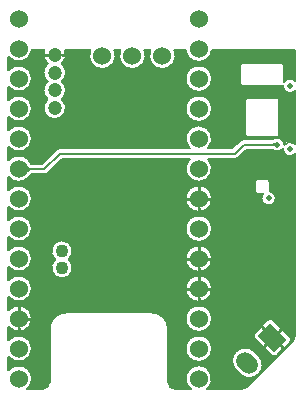
<source format=gbl>
G04 Layer: BottomLayer*
G04 EasyEDA Pro v2.2.40.8, 2025-10-17 17:15:36*
G04 Gerber Generator version 0.3*
G04 Scale: 100 percent, Rotated: No, Reflected: No*
G04 Dimensions in millimeters*
G04 Leading zeros omitted, absolute positions, 4 integers and 5 decimals*
G04 Generated by one-click*
%FSLAX45Y45*%
%MOMM*%
%AMOval*1,1,$1,$2,$3*1,1,$1,$4,$5*20,1,$1,$2,$3,$4,$5,0*%
%AMRect*21,1,$1,$2,0,0,$3*%
%ADD10C,0.2032*%
%ADD11C,0.254*%
%ADD12Oval,1.5X-0.17678X0.17678X0.17678X-0.17678*%
%ADD13Rect,1.5X2.0X45.0*%
%ADD14C,1.524*%
%ADD15C,1.2*%
%ADD16C,1.1*%
%ADD17C,0.5067*%
%ADD18C,0.5*%
%ADD19C,0.2*%
G75*


G04 Copper Start*
G36*
G01X319959Y35734D02*
G01X189260Y35734D01*
G01X205056Y49785D01*
G01X217931Y66554D01*
G01X227426Y85443D01*
G01X233202Y105779D01*
G01X235055Y126839D01*
G01X232917Y147872D01*
G01X226866Y168129D01*
G01X217116Y186887D01*
G01X204015Y203480D01*
G01X188030Y217316D01*
G01X169730Y227901D01*
G01X149767Y234860D01*
G01X128852Y237944D01*
G01X107730Y237043D01*
G01X87153Y232189D01*
G01X67855Y223556D01*
G01X50523Y211450D01*
G01X35774Y196303D01*
G01X35774Y309858D01*
G01X50567Y294673D01*
G01X67957Y282548D01*
G01X87319Y273916D01*
G01X107961Y269087D01*
G01X129143Y268233D01*
G01X150107Y271385D01*
G01X170101Y278431D01*
G01X188410Y289117D01*
G01X204377Y303061D01*
G01X217431Y319765D01*
G01X227105Y338628D01*
G01X233051Y358976D01*
G01X235057Y380081D01*
G01X233051Y401185D01*
G01X227105Y421533D01*
G01X217431Y440396D01*
G01X204377Y457100D01*
G01X188410Y471044D01*
G01X170101Y481730D01*
G01X150107Y488776D01*
G01X129143Y491928D01*
G01X107961Y491074D01*
G01X87319Y486245D01*
G01X67957Y477613D01*
G01X50567Y465488D01*
G01X35774Y450303D01*
G01X35774Y563858D01*
G01X50567Y548673D01*
G01X67957Y536548D01*
G01X87319Y527916D01*
G01X107961Y523087D01*
G01X129143Y522233D01*
G01X150107Y525385D01*
G01X170101Y532431D01*
G01X188410Y543117D01*
G01X204377Y557061D01*
G01X217431Y573765D01*
G01X227105Y592628D01*
G01X233051Y612976D01*
G01X235057Y634081D01*
G01X233051Y655185D01*
G01X227105Y675533D01*
G01X217431Y694396D01*
G01X204377Y711100D01*
G01X188410Y725044D01*
G01X170101Y735730D01*
G01X150107Y742776D01*
G01X129143Y745928D01*
G01X107961Y745074D01*
G01X87319Y740245D01*
G01X67957Y731613D01*
G01X50567Y719488D01*
G01X35774Y704303D01*
G01X35774Y817858D01*
G01X50567Y802673D01*
G01X67957Y790548D01*
G01X87319Y781916D01*
G01X107961Y777087D01*
G01X129143Y776233D01*
G01X150107Y779385D01*
G01X170101Y786431D01*
G01X188410Y797117D01*
G01X204377Y811061D01*
G01X217431Y827765D01*
G01X227105Y846628D01*
G01X233051Y866976D01*
G01X235057Y888081D01*
G01X1535029Y888081D01*
G01X1536936Y867498D01*
G01X1542593Y847616D01*
G01X1551807Y829113D01*
G01X1564264Y812617D01*
G01X1579540Y798691D01*
G01X1597114Y787810D01*
G01X1616389Y780343D01*
G01X1636708Y776544D01*
G01X1657379Y776544D01*
G01X1677697Y780343D01*
G01X1696972Y787810D01*
G01X1714547Y798691D01*
G01X1729823Y812617D01*
G01X1742279Y829113D01*
G01X1751493Y847616D01*
G01X1757150Y867498D01*
G01X1759057Y888081D01*
G01X1759057Y888081D01*
G01X1757150Y908663D01*
G01X1751493Y928545D01*
G01X1742279Y947048D01*
G01X1729823Y963544D01*
G01X1714547Y977470D01*
G01X1696972Y988351D01*
G01X1677697Y995818D01*
G01X1657379Y999617D01*
G01X1636708Y999617D01*
G01X1616389Y995818D01*
G01X1597114Y988351D01*
G01X1579540Y977470D01*
G01X1564264Y963544D01*
G01X1551807Y947048D01*
G01X1542593Y928545D01*
G01X1536936Y908663D01*
G01X1535029Y888081D01*
G01X235057Y888081D01*
G01X235057Y888081D01*
G01X233051Y909185D01*
G01X227105Y929533D01*
G01X217431Y948396D01*
G01X204377Y965100D01*
G01X188410Y979044D01*
G01X170101Y989730D01*
G01X150107Y996776D01*
G01X129143Y999928D01*
G01X107961Y999074D01*
G01X87319Y994245D01*
G01X67957Y985613D01*
G01X50567Y973488D01*
G01X35774Y958303D01*
G01X35774Y1071858D01*
G01X50567Y1056673D01*
G01X67957Y1044548D01*
G01X87319Y1035916D01*
G01X107961Y1031087D01*
G01X129143Y1030233D01*
G01X150107Y1033385D01*
G01X170101Y1040431D01*
G01X188410Y1051117D01*
G01X204377Y1065061D01*
G01X217431Y1081765D01*
G01X227105Y1100628D01*
G01X233051Y1120976D01*
G01X235057Y1142081D01*
G01X233051Y1163185D01*
G01X227105Y1183533D01*
G01X219115Y1199114D01*
G01X398091Y1199114D01*
G01X401357Y1180771D01*
G01X408297Y1163480D01*
G01X418619Y1147969D01*
G01X431890Y1134892D01*
G01X418619Y1121814D01*
G01X408297Y1106303D01*
G01X401357Y1089013D01*
G01X398091Y1070669D01*
G01X398638Y1052046D01*
G01X402975Y1033926D01*
G01X410918Y1017072D01*
G01X422133Y1002194D01*
G01X436148Y989918D01*
G01X452374Y980760D01*
G01X470128Y975107D01*
G01X488661Y973196D01*
G01X488661Y973196D01*
G01X507194Y975107D01*
G01X524948Y980760D01*
G01X541173Y989918D01*
G01X555189Y1002194D01*
G01X566404Y1017072D01*
G01X574347Y1033926D01*
G01X578683Y1052046D01*
G01X579230Y1070669D01*
G01X575965Y1089013D01*
G01X569025Y1106303D01*
G01X558703Y1121814D01*
G01X545432Y1134892D01*
G01X552727Y1142081D01*
G01X1535029Y1142081D01*
G01X1536936Y1121498D01*
G01X1542593Y1101616D01*
G01X1551807Y1083113D01*
G01X1564264Y1066617D01*
G01X1579540Y1052691D01*
G01X1597114Y1041810D01*
G01X1616389Y1034343D01*
G01X1636708Y1030544D01*
G01X1657379Y1030544D01*
G01X1677697Y1034343D01*
G01X1696972Y1041810D01*
G01X1714547Y1052691D01*
G01X1729823Y1066617D01*
G01X1742279Y1083113D01*
G01X1751493Y1101616D01*
G01X1757150Y1121498D01*
G01X1759057Y1142081D01*
G01X1759057Y1142081D01*
G01X1757150Y1162663D01*
G01X1751493Y1182545D01*
G01X1742279Y1201048D01*
G01X1729823Y1217544D01*
G01X1714547Y1231470D01*
G01X1696972Y1242351D01*
G01X1677697Y1249818D01*
G01X1657379Y1253617D01*
G01X1636708Y1253617D01*
G01X1616389Y1249818D01*
G01X1597114Y1242351D01*
G01X1579540Y1231470D01*
G01X1564264Y1217544D01*
G01X1551807Y1201048D01*
G01X1542593Y1182545D01*
G01X1536936Y1162663D01*
G01X1535029Y1142081D01*
G01X552727Y1142081D01*
G01X558703Y1147969D01*
G01X569025Y1163480D01*
G01X575965Y1180771D01*
G01X579230Y1199114D01*
G01X578683Y1217738D01*
G01X574347Y1235858D01*
G01X566404Y1252711D01*
G01X555189Y1267589D01*
G01X541173Y1279866D01*
G01X524948Y1289023D01*
G01X507194Y1294676D01*
G01X488661Y1296588D01*
G01X470128Y1294676D01*
G01X452374Y1289023D01*
G01X436148Y1279866D01*
G01X422133Y1267589D01*
G01X410918Y1252711D01*
G01X402975Y1235858D01*
G01X398638Y1217738D01*
G01X398091Y1199114D01*
G01X219115Y1199114D01*
G01X217431Y1202396D01*
G01X204377Y1219100D01*
G01X188410Y1233044D01*
G01X170101Y1243730D01*
G01X150107Y1250776D01*
G01X129143Y1253928D01*
G01X107961Y1253074D01*
G01X87319Y1248245D01*
G01X67957Y1239613D01*
G01X50567Y1227488D01*
G01X35774Y1212303D01*
G01X35774Y1325858D01*
G01X50567Y1310673D01*
G01X67957Y1298548D01*
G01X87319Y1289916D01*
G01X107961Y1285087D01*
G01X129143Y1284233D01*
G01X150107Y1287385D01*
G01X170101Y1294431D01*
G01X188410Y1305117D01*
G01X204377Y1319061D01*
G01X217431Y1335765D01*
G01X227105Y1354628D01*
G01X233051Y1374976D01*
G01X235057Y1396081D01*
G01X1535029Y1396081D01*
G01X1536936Y1375498D01*
G01X1542593Y1355616D01*
G01X1551807Y1337113D01*
G01X1564264Y1320617D01*
G01X1579540Y1306691D01*
G01X1597114Y1295810D01*
G01X1616389Y1288343D01*
G01X1636708Y1284544D01*
G01X1657379Y1284544D01*
G01X1677697Y1288343D01*
G01X1696972Y1295810D01*
G01X1714547Y1306691D01*
G01X1729823Y1320617D01*
G01X1742279Y1337113D01*
G01X1751493Y1355616D01*
G01X1757150Y1375498D01*
G01X1759057Y1396081D01*
G01X1759057Y1396081D01*
G01X1757150Y1416663D01*
G01X1751493Y1436545D01*
G01X1742279Y1455048D01*
G01X1729823Y1471544D01*
G01X1714547Y1485470D01*
G01X1696972Y1496351D01*
G01X1677697Y1503818D01*
G01X1657379Y1507617D01*
G01X1636708Y1507617D01*
G01X1616389Y1503818D01*
G01X1597114Y1496351D01*
G01X1579540Y1485470D01*
G01X1564264Y1471544D01*
G01X1551807Y1455048D01*
G01X1542593Y1436545D01*
G01X1536936Y1416663D01*
G01X1535029Y1396081D01*
G01X235057Y1396081D01*
G01X235057Y1396081D01*
G01X233051Y1417185D01*
G01X227105Y1437533D01*
G01X217431Y1456396D01*
G01X204377Y1473100D01*
G01X188410Y1487044D01*
G01X170101Y1497730D01*
G01X150107Y1504776D01*
G01X129143Y1507928D01*
G01X107961Y1507074D01*
G01X87319Y1502245D01*
G01X67957Y1493613D01*
G01X50567Y1481488D01*
G01X35774Y1466303D01*
G01X35774Y1579858D01*
G01X50567Y1564673D01*
G01X67957Y1552548D01*
G01X87319Y1543916D01*
G01X107961Y1539087D01*
G01X129143Y1538233D01*
G01X150107Y1541385D01*
G01X170101Y1548431D01*
G01X188410Y1559117D01*
G01X204377Y1573061D01*
G01X217431Y1589765D01*
G01X227105Y1608628D01*
G01X233051Y1628976D01*
G01X235057Y1650081D01*
G01X235057Y1650081D01*
G01X1535029Y1650081D01*
G01X1536936Y1629498D01*
G01X1542593Y1609616D01*
G01X1551807Y1591113D01*
G01X1564264Y1574617D01*
G01X1579540Y1560691D01*
G01X1597114Y1549810D01*
G01X1616389Y1542343D01*
G01X1636708Y1538544D01*
G01X1657379Y1538544D01*
G01X1677697Y1542343D01*
G01X1696972Y1549810D01*
G01X1714547Y1560691D01*
G01X1729823Y1574617D01*
G01X1742279Y1591113D01*
G01X1751493Y1609616D01*
G01X1757150Y1629498D01*
G01X1759057Y1650081D01*
G01X1759057Y1650081D01*
G01X1757150Y1670663D01*
G01X1751493Y1690545D01*
G01X1742279Y1709048D01*
G01X1729823Y1725544D01*
G01X1714547Y1739470D01*
G01X1696972Y1750351D01*
G01X1677697Y1757818D01*
G01X1657379Y1761617D01*
G01X1636708Y1761617D01*
G01X1616389Y1757818D01*
G01X1597114Y1750351D01*
G01X1579540Y1739470D01*
G01X1564264Y1725544D01*
G01X1551807Y1709048D01*
G01X1542593Y1690545D01*
G01X1536936Y1670663D01*
G01X1535029Y1650081D01*
G01X235057Y1650081D01*
G01X233051Y1671185D01*
G01X227105Y1691533D01*
G01X217431Y1710396D01*
G01X204377Y1727100D01*
G01X188410Y1741044D01*
G01X170101Y1751730D01*
G01X150107Y1758776D01*
G01X129143Y1761928D01*
G01X107961Y1761074D01*
G01X87319Y1756245D01*
G01X67957Y1747613D01*
G01X50567Y1735488D01*
G01X35774Y1720303D01*
G01X35774Y1789596D01*
G01X2122651Y1789596D01*
G01X2122651Y1715426D01*
G01X2124586Y1705701D01*
G01X2130095Y1697456D01*
G01X2138340Y1691947D01*
G01X2148065Y1690012D01*
G01X2190643Y1690012D01*
G01X2183119Y1677698D01*
G01X2178708Y1663958D01*
G01X2177659Y1649565D01*
G01X2180031Y1635330D01*
G01X2185690Y1622055D01*
G01X2194317Y1610487D01*
G01X2205427Y1601278D01*
G01X2218394Y1594945D01*
G01X2232488Y1591846D01*
G01X2246916Y1592155D01*
G01X2260865Y1595855D01*
G01X2273549Y1602738D01*
G01X2284254Y1612415D01*
G01X2292378Y1624342D01*
G01X2297462Y1637847D01*
G01X2299222Y1652170D01*
G01X2297557Y1666505D01*
G01X2292562Y1680044D01*
G01X2284517Y1692024D01*
G01X2273876Y1701772D01*
G01X2261237Y1708738D01*
G01X2247314Y1712530D01*
G01X2247479Y1715426D01*
G01X2247479Y1715426D01*
G01X2247479Y1789596D01*
G01X2245545Y1799322D01*
G01X2240036Y1807567D01*
G01X2231791Y1813076D01*
G01X2222065Y1815010D01*
G01X2148065Y1815010D01*
G01X2138340Y1813076D01*
G01X2130095Y1807567D01*
G01X2124586Y1799322D01*
G01X2122651Y1789596D01*
G01X35774Y1789596D01*
G01X35774Y1833858D01*
G01X49827Y1819307D01*
G01X66267Y1807522D01*
G01X84559Y1798885D01*
G01X104107Y1793679D01*
G01X124271Y1792073D01*
G01X144396Y1794121D01*
G01X163824Y1799754D01*
G01X181923Y1808790D01*
G01X198101Y1820933D01*
G01X211831Y1835788D01*
G01X221733Y1847046D01*
G01X226793Y1852191D01*
G01X229196Y1854195D01*
G01X339972Y1854195D01*
G01X351829Y1855756D01*
G01X362879Y1860333D01*
G01X372367Y1867614D01*
G01X488955Y1984201D01*
G01X1568763Y1984201D01*
G01X1555545Y1968697D01*
G01X1545355Y1951054D01*
G01X1538528Y1931858D01*
G01X1535292Y1911743D01*
G01X1535752Y1891374D01*
G01X1539895Y1871426D01*
G01X1547582Y1852558D01*
G01X1558560Y1835394D01*
G01X1572465Y1820503D01*
G01X1588837Y1808377D01*
G01X1607135Y1799417D01*
G01X1626754Y1793919D01*
G01X1647043Y1792067D01*
G01X1667333Y1793919D01*
G01X1686951Y1799417D01*
G01X1705249Y1808377D01*
G01X1721621Y1820503D01*
G01X1735527Y1835394D01*
G01X1746504Y1852558D01*
G01X1754192Y1871426D01*
G01X1758334Y1891374D01*
G01X1758795Y1911743D01*
G01X1755558Y1931858D01*
G01X1748732Y1951054D01*
G01X1738541Y1968697D01*
G01X1725323Y1984201D01*
G01X1950050Y1984201D01*
G01X1961908Y1985762D01*
G01X1972957Y1990339D01*
G01X1982446Y1997620D01*
G01X2046531Y2061705D01*
G01X2270059Y2061705D01*
G01X2270390Y2061432D01*
G01X2282290Y2053420D01*
G01X2295734Y2048418D01*
G01X2309976Y2046705D01*
G01X2324224Y2048376D01*
G01X2337683Y2053337D01*
G01X2349606Y2061313D01*
G01X2359330Y2071859D01*
G01X2360691Y2057190D01*
G01X2365539Y2043278D01*
G01X2373591Y2030940D01*
G01X2384373Y2020901D01*
G01X2397254Y2013749D01*
G01X2411476Y2009904D01*
G01X2426205Y2009592D01*
G01X2440577Y2012832D01*
G01X2453748Y2019432D01*
G01X2464946Y2029006D01*
G01X2464946Y492093D01*
G01X2463716Y479585D01*
G01X2460071Y467557D01*
G01X2454153Y456469D01*
G01X2446187Y446747D01*
G01X2054713Y54574D01*
G01X2044982Y46575D01*
G01X2033876Y40631D01*
G01X2021822Y36970D01*
G01X2009286Y35734D01*
G01X1713260Y35734D01*
G01X1728305Y48985D01*
G01X1740747Y64706D01*
G01X1750187Y82393D01*
G01X1756322Y101480D01*
G01X1758957Y121354D01*
G01X1758007Y141380D01*
G01X1753503Y160916D01*
G01X1745587Y179336D01*
G01X1734515Y196050D01*
G01X1720641Y210523D01*
G01X1704409Y222290D01*
G01X1686340Y230975D01*
G01X1667011Y236300D01*
G01X1647043Y238095D01*
G01X1627075Y236300D01*
G01X1607747Y230975D01*
G01X1589677Y222290D01*
G01X1573445Y210523D01*
G01X1559571Y196050D01*
G01X1548499Y179336D01*
G01X1540584Y160916D01*
G01X1536079Y141380D01*
G01X1535129Y121354D01*
G01X1537764Y101480D01*
G01X1543900Y82393D01*
G01X1553340Y64706D01*
G01X1565782Y48985D01*
G01X1580827Y35734D01*
G01X1450304Y35734D01*
G01X1436021Y37343D01*
G01X1422455Y42090D01*
G01X1410285Y49737D01*
G01X1400122Y59901D01*
G01X1392475Y72071D01*
G01X1387727Y85637D01*
G01X1386118Y99920D01*
G01X1386118Y380081D01*
G01X1535029Y380081D01*
G01X1536936Y359498D01*
G01X1542593Y339616D01*
G01X1551807Y321113D01*
G01X1564264Y304617D01*
G01X1579540Y290691D01*
G01X1597114Y279810D01*
G01X1616389Y272343D01*
G01X1636708Y268544D01*
G01X1657379Y268544D01*
G01X1677697Y272343D01*
G01X1678085Y272493D01*
G01X1929187Y272493D01*
G01X1932012Y252239D01*
G01X1938511Y232850D01*
G01X1948462Y214985D01*
G01X1961525Y199253D01*
G01X1961525Y199253D01*
G01X1996881Y163898D01*
G01X2012613Y150834D01*
G01X2030478Y140883D01*
G01X2049867Y134384D01*
G01X2070120Y131559D01*
G01X2090548Y132504D01*
G01X2110454Y137186D01*
G01X2129161Y145445D01*
G01X2146031Y157002D01*
G01X2160491Y171462D01*
G01X2172048Y188332D01*
G01X2180308Y207039D01*
G01X2184990Y226945D01*
G01X2185934Y247373D01*
G01X2183109Y267626D01*
G01X2176610Y287015D01*
G01X2166660Y304880D01*
G01X2153596Y320612D01*
G01X2118240Y355968D01*
G01X2102508Y369032D01*
G01X2084643Y378982D01*
G01X2065254Y385481D01*
G01X2045001Y388306D01*
G01X2024573Y387362D01*
G01X2004667Y382680D01*
G01X1985960Y374420D01*
G01X1969090Y362863D01*
G01X1954630Y348404D01*
G01X1943073Y331533D01*
G01X1934813Y312826D01*
G01X1930131Y292920D01*
G01X1929187Y272493D01*
G01X1678085Y272493D01*
G01X1696972Y279810D01*
G01X1714547Y290691D01*
G01X1729823Y304617D01*
G01X1742279Y321113D01*
G01X1751493Y339616D01*
G01X1757150Y359498D01*
G01X1759057Y380081D01*
G01X1759057Y380081D01*
G01X1757150Y400663D01*
G01X1751493Y420545D01*
G01X1742279Y439048D01*
G01X1729823Y455544D01*
G01X1714547Y469470D01*
G01X1696972Y480351D01*
G01X1677697Y487818D01*
G01X1657379Y491617D01*
G01X1636708Y491617D01*
G01X1616389Y487818D01*
G01X1597114Y480351D01*
G01X1579540Y469470D01*
G01X1564264Y455544D01*
G01X1551807Y439048D01*
G01X1542593Y420545D01*
G01X1536936Y400663D01*
G01X1535029Y380081D01*
G01X1386118Y380081D01*
G01X1386118Y495345D01*
G01X2110576Y495345D01*
G01X2110576Y484140D01*
G01X2114038Y473483D01*
G01X2120624Y464418D01*
G01X2262046Y322997D01*
G01X2271111Y316410D01*
G01X2281768Y312948D01*
G01X2292973Y312948D01*
G01X2303629Y316410D01*
G01X2312695Y322997D01*
G01X2418761Y429063D01*
G01X2418761Y429063D01*
G01X2425347Y438128D01*
G01X2428809Y448784D01*
G01X2428809Y459989D01*
G01X2425347Y470646D01*
G01X2418761Y479711D01*
G01X2277339Y621133D01*
G01X2268274Y627719D01*
G01X2257617Y631181D01*
G01X2246412Y631181D01*
G01X2235756Y627719D01*
G01X2226690Y621133D01*
G01X2120624Y515067D01*
G01X2114038Y506002D01*
G01X2110576Y495345D01*
G01X1386118Y495345D01*
G01X1386118Y549919D01*
G01X1384446Y571165D01*
G01X1379471Y591887D01*
G01X1371315Y611577D01*
G01X1360180Y629748D01*
G01X1356480Y634081D01*
G01X1535029Y634081D01*
G01X1536936Y613498D01*
G01X1542593Y593616D01*
G01X1551807Y575113D01*
G01X1564264Y558617D01*
G01X1579540Y544691D01*
G01X1597114Y533810D01*
G01X1616389Y526343D01*
G01X1636708Y522544D01*
G01X1657379Y522544D01*
G01X1677697Y526343D01*
G01X1696972Y533810D01*
G01X1714547Y544691D01*
G01X1729823Y558617D01*
G01X1742279Y575113D01*
G01X1751493Y593616D01*
G01X1757150Y613498D01*
G01X1759057Y634081D01*
G01X1759057Y634081D01*
G01X1757150Y654663D01*
G01X1751493Y674545D01*
G01X1742279Y693048D01*
G01X1729823Y709544D01*
G01X1714547Y723470D01*
G01X1696972Y734351D01*
G01X1677697Y741818D01*
G01X1657379Y745617D01*
G01X1636708Y745617D01*
G01X1616389Y741818D01*
G01X1597114Y734351D01*
G01X1579540Y723470D01*
G01X1564264Y709544D01*
G01X1551807Y693048D01*
G01X1542593Y674545D01*
G01X1536936Y654663D01*
G01X1535029Y634081D01*
G01X1356480Y634081D01*
G01X1346339Y645954D01*
G01X1330134Y659795D01*
G01X1311962Y670930D01*
G01X1292273Y679085D01*
G01X1271550Y684061D01*
G01X1250304Y685733D01*
G01X519959Y685733D01*
G01X498713Y684061D01*
G01X477990Y679085D01*
G01X458301Y670930D01*
G01X440130Y659795D01*
G01X423924Y645954D01*
G01X410083Y629748D01*
G01X398948Y611577D01*
G01X390792Y591887D01*
G01X385817Y571165D01*
G01X384145Y549919D01*
G01X384145Y99920D01*
G01X382536Y85637D01*
G01X377789Y72071D01*
G01X370142Y59901D01*
G01X359979Y49737D01*
G01X347809Y42090D01*
G01X334242Y37343D01*
G01X319959Y35734D01*
G37*
G36*
G01X206818Y1978437D02*
G01X192697Y1991804D01*
G01X176477Y2002528D01*
G01X158647Y2010286D01*
G01X139743Y2014843D01*
G01X120337Y2016062D01*
G01X101012Y2013907D01*
G01X82351Y2008442D01*
G01X64916Y1999832D01*
G01X49233Y1988337D01*
G01X35774Y1974303D01*
G01X35774Y2087858D01*
G01X50567Y2072673D01*
G01X67957Y2060548D01*
G01X87319Y2051916D01*
G01X107961Y2047087D01*
G01X129143Y2046233D01*
G01X150107Y2049385D01*
G01X170101Y2056431D01*
G01X188410Y2067117D01*
G01X204377Y2081061D01*
G01X217431Y2097765D01*
G01X227105Y2116628D01*
G01X233051Y2136976D01*
G01X235057Y2158081D01*
G01X233051Y2179185D01*
G01X227105Y2199533D01*
G01X217431Y2218396D01*
G01X204377Y2235100D01*
G01X188410Y2249044D01*
G01X170101Y2259730D01*
G01X150107Y2266776D01*
G01X129143Y2269928D01*
G01X107961Y2269074D01*
G01X87319Y2264245D01*
G01X67957Y2255613D01*
G01X50567Y2243488D01*
G01X35774Y2228303D01*
G01X35774Y2341858D01*
G01X50567Y2326673D01*
G01X67957Y2314548D01*
G01X87319Y2305916D01*
G01X107961Y2301087D01*
G01X129143Y2300233D01*
G01X150107Y2303385D01*
G01X170101Y2310431D01*
G01X188410Y2321117D01*
G01X204377Y2335061D01*
G01X217431Y2351765D01*
G01X227105Y2370628D01*
G01X233051Y2390976D01*
G01X235057Y2412081D01*
G01X233051Y2433185D01*
G01X227105Y2453533D01*
G01X217431Y2472396D01*
G01X204377Y2489100D01*
G01X188410Y2503044D01*
G01X170101Y2513730D01*
G01X150107Y2520776D01*
G01X129143Y2523928D01*
G01X107961Y2523074D01*
G01X87319Y2518245D01*
G01X67957Y2509613D01*
G01X50567Y2497488D01*
G01X35774Y2482303D01*
G01X35774Y2595858D01*
G01X50567Y2580673D01*
G01X67957Y2568548D01*
G01X87319Y2559916D01*
G01X107961Y2555087D01*
G01X129143Y2554233D01*
G01X150107Y2557385D01*
G01X170101Y2564431D01*
G01X188410Y2575117D01*
G01X204377Y2589061D01*
G01X217431Y2605765D01*
G01X227105Y2624628D01*
G01X233051Y2644976D01*
G01X235057Y2666081D01*
G01X233051Y2687185D01*
G01X227105Y2707533D01*
G01X217431Y2726396D01*
G01X204377Y2743100D01*
G01X188410Y2757044D01*
G01X170101Y2767730D01*
G01X150107Y2774776D01*
G01X129143Y2777928D01*
G01X107961Y2777074D01*
G01X87319Y2772245D01*
G01X67957Y2763613D01*
G01X50567Y2751488D01*
G01X35774Y2736303D01*
G01X35774Y2849858D01*
G01X49807Y2835325D01*
G01X66222Y2823548D01*
G01X84485Y2814912D01*
G01X104002Y2809697D01*
G01X124139Y2808072D01*
G01X144240Y2810090D01*
G01X163652Y2815687D01*
G01X181742Y2824679D01*
G01X197924Y2836774D01*
G01X211669Y2851579D01*
G01X222532Y2868612D01*
G01X230159Y2887319D01*
G01X234302Y2907092D01*
G01X340299Y2907092D01*
G01X334194Y2889890D01*
G01X331462Y2871843D01*
G01X332202Y2853606D01*
G01X336387Y2835839D01*
G01X343865Y2819189D01*
G01X354365Y2804259D01*
G01X367505Y2791591D01*
G01X353806Y2778264D01*
G01X343024Y2762484D01*
G01X335589Y2744878D01*
G01X331796Y2726147D01*
G01X331796Y2707035D01*
G01X335589Y2688303D01*
G01X343024Y2670697D01*
G01X353806Y2654917D01*
G01X367505Y2641591D01*
G01X353806Y2628264D01*
G01X343024Y2612484D01*
G01X335589Y2594878D01*
G01X331796Y2576147D01*
G01X331796Y2557035D01*
G01X335589Y2538303D01*
G01X343024Y2520697D01*
G01X353806Y2504917D01*
G01X367506Y2491591D01*
G01X353436Y2477821D01*
G01X342477Y2461467D01*
G01X335093Y2443219D01*
G01X331593Y2423846D01*
G01X332127Y2404168D01*
G01X336671Y2385013D01*
G01X345034Y2367192D01*
G01X356863Y2351456D01*
G01X371658Y2338469D01*
G01X388795Y2328781D01*
G01X407550Y2322799D01*
G01X427132Y2320777D01*
G01X446714Y2322799D01*
G01X465469Y2328781D01*
G01X482606Y2338469D01*
G01X497401Y2351456D01*
G01X509230Y2367192D01*
G01X517593Y2385013D01*
G01X522137Y2404168D01*
G01X522352Y2412081D01*
G01X1535029Y2412081D01*
G01X1536936Y2391498D01*
G01X1542593Y2371616D01*
G01X1551807Y2353113D01*
G01X1564264Y2336617D01*
G01X1579540Y2322691D01*
G01X1597114Y2311810D01*
G01X1616389Y2304343D01*
G01X1636708Y2300544D01*
G01X1657379Y2300544D01*
G01X1677697Y2304343D01*
G01X1696972Y2311810D01*
G01X1714547Y2322691D01*
G01X1729823Y2336617D01*
G01X1742279Y2353113D01*
G01X1751493Y2371616D01*
G01X1757150Y2391498D01*
G01X1759057Y2412081D01*
G01X1759057Y2412081D01*
G01X1757150Y2432663D01*
G01X1751493Y2452545D01*
G01X1742279Y2471048D01*
G01X1735537Y2479976D01*
G01X2040851Y2479976D01*
G01X2040851Y2194736D01*
G01X2042786Y2185011D01*
G01X2048295Y2176766D01*
G01X2056540Y2171257D01*
G01X2066265Y2169322D01*
G01X2301505Y2169322D01*
G01X2311231Y2171257D01*
G01X2319476Y2176766D01*
G01X2324985Y2185011D01*
G01X2326919Y2194736D01*
G01X2326919Y2479976D01*
G01X2326919Y2479976D01*
G01X2324985Y2489702D01*
G01X2319476Y2497947D01*
G01X2311231Y2503456D01*
G01X2301505Y2505390D01*
G01X2066265Y2505390D01*
G01X2056540Y2503456D01*
G01X2048295Y2497947D01*
G01X2042786Y2489702D01*
G01X2040851Y2479976D01*
G01X1735537Y2479976D01*
G01X1729823Y2487544D01*
G01X1714547Y2501470D01*
G01X1696972Y2512351D01*
G01X1677697Y2519818D01*
G01X1657379Y2523617D01*
G01X1636708Y2523617D01*
G01X1616389Y2519818D01*
G01X1597114Y2512351D01*
G01X1579540Y2501470D01*
G01X1564264Y2487544D01*
G01X1551807Y2471048D01*
G01X1542593Y2452545D01*
G01X1536936Y2432663D01*
G01X1535029Y2412081D01*
G01X522352Y2412081D01*
G01X522671Y2423846D01*
G01X519171Y2443219D01*
G01X511786Y2461467D01*
G01X500828Y2477821D01*
G01X486758Y2491591D01*
G01X500458Y2504917D01*
G01X511240Y2520697D01*
G01X518675Y2538303D01*
G01X522468Y2557035D01*
G01X522468Y2576147D01*
G01X518675Y2594878D01*
G01X511240Y2612484D01*
G01X500458Y2628264D01*
G01X486759Y2641591D01*
G01X500458Y2654917D01*
G01X508085Y2666081D01*
G01X1535029Y2666081D01*
G01X1536936Y2645498D01*
G01X1542593Y2625616D01*
G01X1551807Y2607113D01*
G01X1564264Y2590617D01*
G01X1579540Y2576691D01*
G01X1597114Y2565810D01*
G01X1616389Y2558343D01*
G01X1636708Y2554544D01*
G01X1657379Y2554544D01*
G01X1677697Y2558343D01*
G01X1696972Y2565810D01*
G01X1714547Y2576691D01*
G01X1729823Y2590617D01*
G01X1742279Y2607113D01*
G01X1751493Y2625616D01*
G01X1757150Y2645498D01*
G01X1759057Y2666081D01*
G01X1759057Y2666081D01*
G01X1757150Y2686663D01*
G01X1751493Y2706545D01*
G01X1742279Y2725048D01*
G01X1729823Y2741544D01*
G01X1714547Y2755470D01*
G01X1696972Y2766351D01*
G01X1677697Y2773818D01*
G01X1657379Y2777617D01*
G01X1636708Y2777617D01*
G01X1616389Y2773818D01*
G01X1597114Y2766351D01*
G01X1579540Y2755470D01*
G01X1564264Y2741544D01*
G01X1551807Y2725048D01*
G01X1542593Y2706545D01*
G01X1536936Y2686663D01*
G01X1535029Y2666081D01*
G01X508085Y2666081D01*
G01X511240Y2670697D01*
G01X518675Y2688303D01*
G01X522468Y2707035D01*
G01X522468Y2726147D01*
G01X518675Y2744878D01*
G01X511240Y2762484D01*
G01X500458Y2778264D01*
G01X486759Y2791591D01*
G01X499899Y2804259D01*
G01X510399Y2819189D01*
G01X517877Y2835839D01*
G01X522062Y2853606D01*
G01X522802Y2871843D01*
G01X520070Y2889890D01*
G01X513965Y2907092D01*
G01X730065Y2907092D01*
G01X722935Y2887855D01*
G01X719432Y2867641D01*
G01X719676Y2847128D01*
G01X723656Y2827002D01*
G01X731240Y2807940D01*
G01X742173Y2790581D01*
G01X756089Y2775507D01*
G01X772521Y2763224D01*
G01X790917Y2754144D01*
G01X810661Y2748571D01*
G01X831090Y2746692D01*
G01X851519Y2748571D01*
G01X871262Y2754144D01*
G01X889658Y2763224D01*
G01X906090Y2775507D01*
G01X920006Y2790581D01*
G01X930939Y2807940D01*
G01X938523Y2827002D01*
G01X942503Y2847128D01*
G01X942747Y2867641D01*
G01X939244Y2887855D01*
G01X932114Y2907092D01*
G01X984065Y2907092D01*
G01X976935Y2887855D01*
G01X973432Y2867641D01*
G01X973676Y2847128D01*
G01X977656Y2827002D01*
G01X985240Y2807940D01*
G01X996173Y2790581D01*
G01X1010089Y2775507D01*
G01X1026521Y2763224D01*
G01X1044917Y2754144D01*
G01X1064661Y2748571D01*
G01X1085090Y2746692D01*
G01X1105519Y2748571D01*
G01X1125262Y2754144D01*
G01X1143658Y2763224D01*
G01X1160090Y2775507D01*
G01X1174006Y2790581D01*
G01X1184939Y2807940D01*
G01X1192523Y2827002D01*
G01X1196503Y2847128D01*
G01X1196747Y2867641D01*
G01X1193244Y2887855D01*
G01X1186114Y2907092D01*
G01X1238065Y2907092D01*
G01X1230935Y2887855D01*
G01X1227432Y2867641D01*
G01X1227676Y2847128D01*
G01X1231656Y2827002D01*
G01X1239240Y2807940D01*
G01X1250173Y2790581D01*
G01X1264089Y2775507D01*
G01X1280521Y2763224D01*
G01X1298917Y2754144D01*
G01X1318661Y2748571D01*
G01X1339090Y2746692D01*
G01X1359519Y2748571D01*
G01X1379262Y2754144D01*
G01X1397658Y2763224D01*
G01X1414090Y2775507D01*
G01X1428006Y2790581D01*
G01X1438939Y2807940D01*
G01X1446523Y2827002D01*
G01X1450503Y2847128D01*
G01X1450747Y2867641D01*
G01X1447244Y2887855D01*
G01X1440114Y2907092D01*
G01X1535785Y2907092D01*
G01X1539967Y2887188D01*
G01X1547680Y2868368D01*
G01X1558669Y2851254D01*
G01X1572571Y2836408D01*
G01X1588928Y2824321D01*
G01X1607202Y2815391D01*
G01X1626789Y2809913D01*
G01X1647043Y2808067D01*
G01X1667298Y2809913D01*
G01X1686885Y2815391D01*
G01X1705158Y2824321D01*
G01X1721515Y2836408D01*
G01X1735418Y2851254D01*
G01X1746406Y2868368D01*
G01X1754119Y2887188D01*
G01X1758302Y2907092D01*
G01X2464946Y2907092D01*
G01X2464946Y2646222D01*
G01X2454289Y2655433D01*
G01X2441799Y2661945D01*
G01X2428145Y2665409D01*
G01X2414061Y2665639D01*
G01X2400302Y2662622D01*
G01X2387605Y2656520D01*
G01X2376654Y2647662D01*
G01X2368034Y2636521D01*
G01X2368034Y2775140D01*
G01X2366099Y2784865D01*
G01X2360590Y2793110D01*
G01X2352345Y2798619D01*
G01X2342620Y2800554D01*
G01X2022600Y2800554D01*
G01X2012874Y2798619D01*
G01X2004630Y2793110D01*
G01X1999121Y2784865D01*
G01X1997186Y2775140D01*
G01X1997186Y2625130D01*
G01X1999121Y2615404D01*
G01X2004630Y2607159D01*
G01X2012874Y2601650D01*
G01X2022600Y2599716D01*
G01X2342620Y2599716D01*
G01X2351531Y2601329D01*
G01X2359310Y2605964D01*
G01X2360872Y2591407D01*
G01X2365868Y2577645D01*
G01X2374009Y2565475D01*
G01X2384822Y2555604D01*
G01X2397681Y2548604D01*
G01X2411841Y2544879D01*
G01X2426480Y2544647D01*
G01X2440750Y2547920D01*
G01X2453825Y2554509D01*
G01X2464946Y2564032D01*
G01X2464946Y2111196D01*
G01X2453218Y2121118D01*
G01X2439377Y2127785D01*
G01X2424307Y2130770D01*
G01X2408971Y2129885D01*
G01X2394345Y2125184D01*
G01X2381364Y2116967D01*
G01X2370856Y2105761D01*
G01X2369645Y2119723D01*
G01X2365269Y2133036D01*
G01X2357962Y2144995D01*
G01X2348112Y2154964D01*
G01X2336241Y2162412D01*
G01X2322980Y2166946D01*
G01X2309034Y2168324D01*
G01X2295142Y2166473D01*
G01X2282044Y2161491D01*
G01X2270433Y2153643D01*
G01X2270055Y2153333D01*
G01X2027554Y2153333D01*
G01X2015696Y2151772D01*
G01X2004647Y2147195D01*
G01X1995159Y2139914D01*
G01X1931073Y2075829D01*
G01X1723082Y2075829D01*
G01X1736865Y2091154D01*
G01X1747607Y2108744D01*
G01X1754944Y2128005D01*
G01X1758628Y2148284D01*
G01X1758534Y2168894D01*
G01X1754665Y2189139D01*
G01X1747153Y2208332D01*
G01X1736251Y2225823D01*
G01X1722329Y2241022D01*
G01X1705858Y2253411D01*
G01X1687395Y2262574D01*
G01X1667567Y2268198D01*
G01X1647043Y2270095D01*
G01X1626520Y2268198D01*
G01X1606691Y2262574D01*
G01X1588229Y2253411D01*
G01X1571758Y2241022D01*
G01X1557835Y2225823D01*
G01X1546934Y2208332D01*
G01X1539421Y2189139D01*
G01X1535552Y2168894D01*
G01X1535458Y2148284D01*
G01X1539142Y2128005D01*
G01X1546480Y2108744D01*
G01X1557222Y2091154D01*
G01X1571005Y2075829D01*
G01X469978Y2075829D01*
G01X458120Y2074268D01*
G01X447071Y2069691D01*
G01X437583Y2062411D01*
G01X320995Y1945823D01*
G01X230592Y1945823D01*
G01X228707Y1945910D01*
G01X225940Y1950572D01*
G01X221329Y1958563D01*
G01X219968Y1960739D01*
G01X214044Y1969492D01*
G01X212132Y1972062D01*
G01X210751Y1973755D01*
G01X208891Y1976033D01*
G01X208459Y1976563D01*
G01X206818Y1978437D01*
G37*
G54D10*
G01X319959Y35734D02*
G01X189260Y35734D01*
G03X204015Y203480I-66217J90347D01*
G03X35774Y196303I-80972J-77400D01*
G01X35774Y309858D01*
G03X235057Y380081I87269J70223D01*
G03X35774Y450303I-112014J0D01*
G01X35774Y563858D01*
G03X235057Y634081I87269J70223D01*
G03X35774Y704303I-112014J0D01*
G01X35774Y817858D01*
G03X235057Y888081I87269J70223D01*
G03X35774Y958303I-112014J0D01*
G01X35774Y1071858D01*
G03X235057Y1142081I87269J70223D01*
G03X35774Y1212303I-112014J0D01*
G01X35774Y1325858D01*
G03X235057Y1396081I87269J70223D01*
G03X35774Y1466303I-112014J0D01*
G01X35774Y1579858D01*
G03X235057Y1650081I87269J70223D01*
G03X35774Y1720303I-112014J0D01*
G01X35774Y1833858D01*
G03X211831Y1835788I87269J70223D01*
G01X221733Y1847046D01*
G01X226793Y1852191D01*
G01X229196Y1854195D01*
G01X339972Y1854195D01*
G03X372367Y1867614I0J45814D01*
G01X488955Y1984201D01*
G01X1568763Y1984201D01*
G03X1647043Y1792067I78280J-80121D01*
G03X1725323Y1984201I0J112014D01*
G01X1950050Y1984201D01*
G03X1982446Y1997620I0J45814D01*
G01X2046531Y2061705D01*
G01X2270059Y2061705D01*
G01X2270390Y2061432D01*
G03X2359330Y2071859I39677J46087D01*
G03X2464946Y2029006I60789J-1758D01*
G01X2464946Y492093D01*
G02X2446187Y446747I-64186J0D01*
G01X2054713Y54574D01*
G02X2009286Y35734I-45427J45346D01*
G01X1713260Y35734D01*
G03X1647043Y238095I-66217J90347D01*
G03X1580827Y35734I0J-112014D01*
G01X1450304Y35734D01*
G02X1386118Y99920I0J64186D01*
G01X1386118Y549919D01*
G03X1250304Y685733I-135814J0D01*
G01X519959Y685733D01*
G03X384145Y549919I0J-135814D01*
G01X384145Y99920D01*
G02X319959Y35734I-64186J0D01*
G01X488661Y973196D02*
G03X545432Y1134892I0J90814D01*
G03X488661Y1296588I-56771J70882D01*
G03X431890Y1134892I0J-90814D01*
G03X488661Y973196I56771J-70882D01*
G01X1759057Y380081D02*
G03X1535029Y380081I-112014J0D01*
G03X1759057Y380081I112014J0D01*
G01X1759057Y634081D02*
G03X1535029Y634081I-112014J0D01*
G03X1759057Y634081I112014J0D01*
G01X1759057Y888081D02*
G03X1535029Y888081I-112014J0D01*
G03X1759057Y888081I112014J0D01*
G01X1759057Y1142081D02*
G03X1535029Y1142081I-112014J0D01*
G03X1759057Y1142081I112014J0D01*
G01X1759057Y1396081D02*
G03X1535029Y1396081I-112014J0D01*
G03X1759057Y1396081I112014J0D01*
G01X1759057Y1650081D02*
G03X1535029Y1650081I-112014J0D01*
G03X1759057Y1650081I112014J0D01*
G01X1961525Y199253D02*
G01X1996881Y163898D01*
G03X2153596Y320612I78357J78357D01*
G01X2118240Y355968D01*
G03X1961525Y199253I-78357J-78357D01*
G01X2418761Y429063D02*
G03X2418761Y479711I-25324J25324D01*
G01X2277339Y621133D01*
G03X2226690Y621133I-25324J-25324D01*
G01X2120624Y515067D01*
G03X2120624Y464418I25324J-25324D01*
G01X2262046Y322997D01*
G03X2312695Y322997I25324J25324D01*
G01X2418761Y429063D01*
G01X2247479Y1715426D02*
G01X2247479Y1789596D01*
G03X2222065Y1815010I-25414J0D01*
G01X2148065Y1815010D01*
G03X2122651Y1789596I0J-25414D01*
G01X2122651Y1715426D01*
G03X2148065Y1690012I25414J0D01*
G01X2190643Y1690012D01*
G03X2260865Y1595855I47765J-37641D01*
G03X2247314Y1712530I-22456J56516D01*
G03X2247479Y1715426I-25248J2896D01*
G01X206818Y1978437D02*
G03X35774Y1974303I-83775J-74356D01*
G01X35774Y2087858D01*
G03X235057Y2158081I87269J70223D01*
G03X35774Y2228303I-112014J0D01*
G01X35774Y2341858D01*
G03X235057Y2412081I87269J70223D01*
G03X35774Y2482303I-112014J0D01*
G01X35774Y2595858D01*
G03X235057Y2666081I87269J70223D01*
G03X35774Y2736303I-112014J0D01*
G01X35774Y2849858D01*
G03X234302Y2907092I87269J70223D01*
G01X340299Y2907092D01*
G03X367505Y2791591I86833J-40501D01*
G03X367505Y2641591I59627J-75000D01*
G03X367506Y2491591I59627J-75000D01*
G03X427132Y2320777I59626J-75000D01*
G03X486758Y2491591I0J95814D01*
G03X486759Y2641591I-59626J75000D01*
G03X486759Y2791591I-59627J75000D01*
G03X513965Y2907092I-59627J75000D01*
G01X730065Y2907092D01*
G03X831090Y2746692I101025J-48385D01*
G03X932114Y2907092I0J112014D01*
G01X984065Y2907092D01*
G03X1085090Y2746692I101025J-48385D01*
G03X1186114Y2907092I0J112014D01*
G01X1238065Y2907092D01*
G03X1339090Y2746692I101025J-48385D01*
G03X1440114Y2907092I0J112014D01*
G01X1535785Y2907092D01*
G03X1758302Y2907092I111258J12989D01*
G01X2464946Y2907092D01*
G01X2464946Y2646222D01*
G03X2368034Y2636521I-44828J-41095D01*
G01X2368034Y2775140D01*
G03X2342620Y2800554I-25414J0D01*
G01X2022600Y2800554D01*
G03X1997186Y2775140I0J-25414D01*
G01X1997186Y2625130D01*
G03X2022600Y2599716I25414J0D01*
G01X2342620Y2599716D01*
G03X2359310Y2605964I0J25414D01*
G03X2464946Y2564032I60808J-837D01*
G01X2464946Y2111196D01*
G03X2370856Y2105761I-44828J-41095D01*
G03X2336241Y2162412I-60789J1758D01*
G03X2270433Y2153643I-26173J-54893D01*
G01X2270055Y2153333D01*
G01X2027554Y2153333D01*
G03X1995159Y2139914I0J-45814D01*
G01X1931073Y2075829D01*
G01X1723082Y2075829D01*
G03X1647043Y2270095I-76039J82251D01*
G03X1571005Y2075829I0J-112014D01*
G01X469978Y2075829D01*
G03X437583Y2062411I0J-45814D01*
G01X320995Y1945823D01*
G01X230592Y1945823D01*
G01X228707Y1945910D01*
G01X225940Y1950572D01*
G01X221329Y1958563D01*
G03X219968Y1960739I-31022J-17897D01*
G01X214044Y1969492D01*
G03X212132Y1972062I-29660J-20073D01*
G01X210751Y1973755D01*
G03X208891Y1976033I-87708J-69674D01*
G01X208459Y1976563D01*
G01X206818Y1978437D01*
G01X1759057Y2666081D02*
G03X1535029Y2666081I-112014J0D01*
G03X1759057Y2666081I112014J0D01*
G01X1759057Y2412081D02*
G03X1535029Y2412081I-112014J0D01*
G03X1759057Y2412081I112014J0D01*
G01X2326919Y2479976D02*
G03X2301505Y2505390I-25414J0D01*
G01X2066265Y2505390D01*
G03X2040851Y2479976I0J-25414D01*
G01X2040851Y2194736D01*
G03X2066265Y2169322I25414J0D01*
G01X2301505Y2169322D01*
G03X2326919Y2194736I0J25414D01*
G01X2326919Y2479976D01*
G54D11*
G01X2216839Y419211D02*
G01X2198519Y400892D01*
G01X2322546Y524918D02*
G01X2340866Y543238D01*
G01X2199161Y542596D02*
G01X2180842Y560915D01*
G01X2340224Y401534D02*
G01X2358543Y383214D01*
G01X1722989Y888081D02*
G01X1748897Y888081D01*
G01X1571097Y888081D02*
G01X1545189Y888081D01*
G01X1647043Y812135D02*
G01X1647043Y786227D01*
G01X1647043Y964027D02*
G01X1647043Y989935D01*
G01X1722989Y1142081D02*
G01X1748897Y1142081D01*
G01X1571097Y1142081D02*
G01X1545189Y1142081D01*
G01X1647043Y1066135D02*
G01X1647043Y1040227D01*
G01X1647043Y1218027D02*
G01X1647043Y1243935D01*
G01X198989Y634081D02*
G01X224897Y634081D01*
G01X123043Y558135D02*
G01X123043Y532227D01*
G01X123043Y710027D02*
G01X123043Y735935D01*
G01X1722989Y1650081D02*
G01X1748897Y1650081D01*
G01X1571097Y1650081D02*
G01X1545189Y1650081D01*
G01X1647043Y1574135D02*
G01X1647043Y1548227D01*
G01X1647043Y1726027D02*
G01X1647043Y1751935D01*
G01X486878Y2866591D02*
G01X512786Y2866591D01*
G01X367386Y2866591D02*
G01X341478Y2866591D01*
G04 Copper End*

G04 TearDrop Start*
G36*
G01X229766Y1910009D02*
G01X223659Y1890009D01*
G01X220185Y1889621D01*
G01X216673Y1888514D01*
G01X213137Y1886771D01*
G01X209588Y1884476D01*
G01X202498Y1878564D01*
G01X195500Y1871447D01*
G01X182156Y1856277D01*
G01X176001Y1849562D01*
G01X170319Y1844319D01*
G01X176426Y1958456D01*
G01X180712Y1953920D01*
G01X184384Y1949419D01*
G01X190308Y1940667D01*
G01X195029Y1932482D01*
G01X199383Y1925149D01*
G01X201681Y1921890D01*
G01X204200Y1918951D01*
G01X207043Y1916366D01*
G01X210315Y1914172D01*
G01X214119Y1912404D01*
G01X218559Y1911097D01*
G01X223740Y1910287D01*
G01X229766Y1910009D01*
G37*
G36*
G01X2276032Y2097519D02*
G01X2276032Y2117519D01*
G01X2278479Y2117716D01*
G01X2280859Y2118271D01*
G01X2285402Y2120253D01*
G01X2289635Y2123056D01*
G01X2293532Y2126269D01*
G01X2293532Y2088769D01*
G01X2289635Y2091982D01*
G01X2285402Y2094785D01*
G01X2280859Y2096767D01*
G01X2278479Y2097323D01*
G01X2276032Y2097519D01*
G37*
G04 TearDrop End*

G04 Pad Start*
G54D12*
G01X2057561Y259933D03*
G54D13*
G01X2269692Y472065D03*
G54D14*
G01X1647043Y126081D03*
G01X1647043Y380081D03*
G01X1647043Y634081D03*
G01X1647043Y888081D03*
G01X1647043Y1142081D03*
G01X1647043Y1396081D03*
G01X1647043Y1650081D03*
G01X1647043Y1904081D03*
G01X1647043Y2158081D03*
G01X1647043Y2412081D03*
G01X1647043Y2666081D03*
G01X1647043Y2920081D03*
G01X1647043Y3174081D03*
G01X123043Y3174081D03*
G01X123043Y2920081D03*
G01X123043Y2666081D03*
G01X123043Y2412081D03*
G01X123043Y2158081D03*
G01X123043Y1904081D03*
G01X123043Y1650081D03*
G01X123043Y1396081D03*
G01X123043Y1142081D03*
G01X123043Y888081D03*
G01X123043Y634081D03*
G01X123043Y380081D03*
G01X123043Y126081D03*
G01X1339090Y2858706D03*
G01X1085090Y2858706D03*
G01X831090Y2858706D03*
G54D15*
G01X427132Y2866591D03*
G01X427132Y2716591D03*
G01X427132Y2566591D03*
G01X427132Y2416591D03*
G54D16*
G01X488661Y1064010D03*
G01X488661Y1205774D03*
G04 Pad End*

G04 Via Start*
G54D18*
G01X188386Y506585D03*
G01X193386Y761590D03*
G01X278390Y1966591D03*
G01X278390Y1066591D03*
G01X278390Y1666591D03*
G01X278390Y1366591D03*
G01X278390Y2866591D03*
G01X278390Y2566591D03*
G01X278390Y2266591D03*
G01X428390Y2116591D03*
G01X428390Y1516591D03*
G01X428390Y1816591D03*
G01X578390Y1666591D03*
G01X578390Y1366591D03*
G01X578390Y2566591D03*
G01X578390Y2266591D03*
G01X578390Y1966591D03*
G01X578390Y2866591D03*
G01X728390Y2716591D03*
G01X728390Y2116591D03*
G01X728390Y1816591D03*
G01X728390Y1216591D03*
G01X728390Y916590D03*
G01X728390Y1516591D03*
G01X878390Y1366591D03*
G01X878390Y1666591D03*
G01X878390Y1966591D03*
G01X1028390Y2116591D03*
G01X1028390Y1216591D03*
G01X1028390Y2716591D03*
G01X1028390Y916590D03*
G01X1028390Y1516591D03*
G01X1028390Y1816591D03*
G01X1173390Y2571591D03*
G01X1178390Y1666591D03*
G01X1178390Y2266591D03*
G01X1178390Y1366591D03*
G01X1178390Y1966591D03*
G01X1328390Y1816591D03*
G01X1328390Y1516591D03*
G01X1313390Y2716591D03*
G01X1328390Y916590D03*
G01X1328390Y1216591D03*
G01X1440070Y2160105D03*
G01X1467572Y1875092D03*
G01X1478390Y2566591D03*
G01X1478390Y766591D03*
G01X1478390Y2866591D03*
G01X1478390Y166590D03*
G01X1478390Y1666591D03*
G01X1478390Y1366591D03*
G01X1778390Y2866591D03*
G01X1778390Y766591D03*
G01X1778390Y616591D03*
G01X1778390Y916590D03*
G01X1778390Y166590D03*
G01X1928390Y916590D03*
G01X1928390Y1216591D03*
G01X1943391Y1509090D03*
G01X1928390Y166590D03*
G01X1970096Y1646801D03*
G01X1983386Y1369091D03*
G01X2078390Y2866591D03*
G01X2078390Y616591D03*
G01X2078390Y466591D03*
G01X2135893Y1199097D03*
G01X2135893Y799092D03*
G01X2185896Y1439087D03*
G01X2228390Y316591D03*
G01X2378390Y2866591D03*
G01X2378390Y1066591D03*
G01X2378390Y766591D03*
G01X2378390Y1366591D03*
G01X2402617Y1644301D03*
G01X1515074Y2725133D03*
G01X2357757Y2337487D03*
G01X2420118Y2070101D03*
G01X2129391Y1652371D03*
G01X2238408Y1652371D03*
G01X1780087Y2112603D03*
G01X1782587Y2235109D03*
G01X1782587Y2475121D03*
G01X1782587Y2355115D03*
G01X2310068Y2107519D03*
G01X2044320Y1860091D03*
G01X2320893Y1860091D03*
G01X2420118Y2605127D03*
G01X1907593Y2592627D03*
G01X65003Y2540124D03*
G01X60003Y2795136D03*
G01X60003Y2285112D03*
G01X57503Y2030099D03*
G01X57503Y1777587D03*
G01X57503Y1525074D03*
G01X57503Y1270062D03*
G01X57503Y1015050D03*
G01X57503Y762537D03*
G01X57503Y506741D03*
G01X57503Y251238D03*
G04 Via End*

G04 Track Start*
G54D19*
G01X1950050Y2030015D02*
G01X469978Y2030015D01*
G01X339972Y1900009D01*
G01X2027554Y2107519D02*
G01X1950050Y2030015D01*
G01X339972Y1900009D02*
G01X126986Y1900009D01*
G01X2310068Y2107519D02*
G01X2027554Y2107519D01*
G01X126986Y1900009D02*
G01X122998Y1903997D01*
G04 Track End*

M02*


</source>
